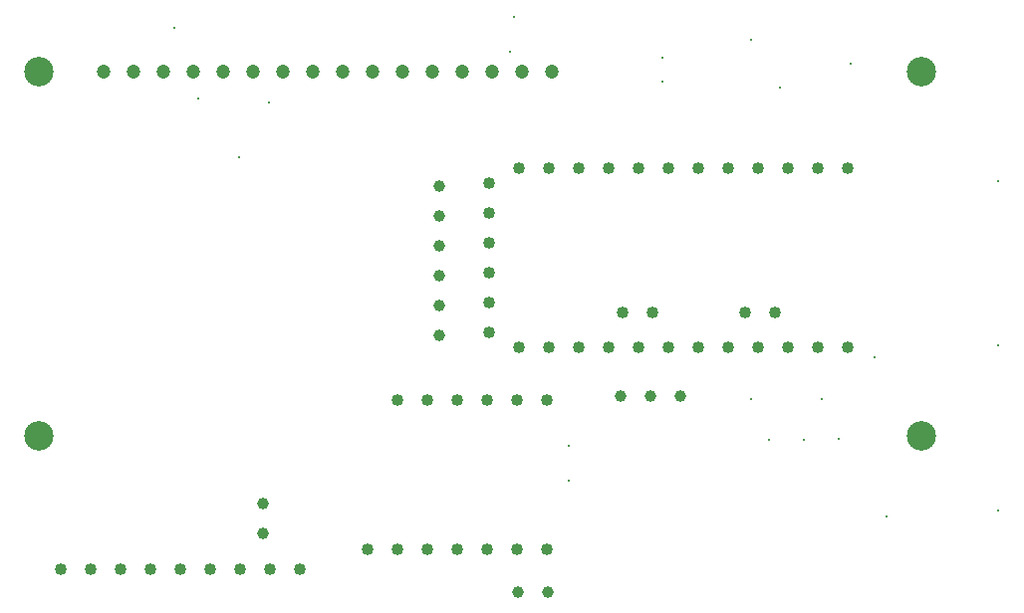
<source format=gbr>
%TF.GenerationSoftware,KiCad,Pcbnew,9.0.5*%
%TF.CreationDate,2025-11-09T17:22:02-07:00*%
%TF.ProjectId,Activity-Tracker,41637469-7669-4747-992d-547261636b65,V3*%
%TF.SameCoordinates,Original*%
%TF.FileFunction,Plated,1,2,PTH,Drill*%
%TF.FilePolarity,Positive*%
%FSLAX46Y46*%
G04 Gerber Fmt 4.6, Leading zero omitted, Abs format (unit mm)*
G04 Created by KiCad (PCBNEW 9.0.5) date 2025-11-09 17:22:02*
%MOMM*%
%LPD*%
G01*
G04 APERTURE LIST*
%TA.AperFunction,ViaDrill*%
%ADD10C,0.300000*%
%TD*%
%TA.AperFunction,ComponentDrill*%
%ADD11C,1.000000*%
%TD*%
%TA.AperFunction,ComponentDrill*%
%ADD12C,1.016000*%
%TD*%
%TA.AperFunction,ComponentDrill*%
%ADD13C,1.200000*%
%TD*%
%TA.AperFunction,ComponentDrill*%
%ADD14C,2.500000*%
%TD*%
G04 APERTURE END LIST*
D10*
X88500000Y-66000000D03*
X90500000Y-72000000D03*
X94000000Y-77000000D03*
X96500000Y-72301000D03*
X117000000Y-68000000D03*
X117396800Y-65000000D03*
X122000000Y-101500000D03*
X122000000Y-104500000D03*
X130000000Y-68500000D03*
X130000000Y-70500000D03*
X137500000Y-67000000D03*
X137500000Y-97500000D03*
X139000000Y-101000000D03*
X140000000Y-71000000D03*
X142000000Y-101000000D03*
X143500000Y-97500000D03*
X144950000Y-100950000D03*
X146000000Y-69000000D03*
X148000000Y-94000000D03*
X149000000Y-107500000D03*
X158500000Y-79000000D03*
X158500000Y-93000000D03*
X158500000Y-107000000D03*
D11*
%TO.C,J2*%
X96000000Y-106460000D03*
X96000000Y-109000000D03*
%TO.C,J3*%
X111000000Y-79380000D03*
X111000000Y-81920000D03*
X111000000Y-84460000D03*
X111000000Y-87000000D03*
X111000000Y-89540000D03*
X111000000Y-92080000D03*
%TO.C,J1*%
X117725000Y-114000000D03*
X120265000Y-114000000D03*
%TO.C,RV1*%
X126460000Y-97325000D03*
X129000000Y-97325000D03*
X131540000Y-97325000D03*
D12*
%TO.C,M1*%
X78840000Y-112000000D03*
X81380000Y-112000000D03*
X83920000Y-112000000D03*
X86460000Y-112000000D03*
X89000000Y-112000000D03*
X91540000Y-112000000D03*
X94080000Y-112000000D03*
X96620000Y-112000000D03*
X99160000Y-112000000D03*
%TO.C,M2*%
X104880000Y-110350000D03*
X107420000Y-97650000D03*
X107420000Y-110350000D03*
X109960000Y-97650000D03*
X109960000Y-110350000D03*
X112500000Y-97650000D03*
X112500000Y-110350000D03*
X115040000Y-97650000D03*
X115040000Y-110350000D03*
%TO.C,A1*%
X115260000Y-79150000D03*
X115260000Y-81690000D03*
X115260000Y-84230000D03*
X115260000Y-86770000D03*
X115260000Y-89310000D03*
X115260000Y-91850000D03*
%TO.C,M2*%
X117580000Y-97650000D03*
X117580000Y-110350000D03*
%TO.C,A1*%
X117800000Y-77880000D03*
X117800000Y-93120000D03*
%TO.C,M2*%
X120120000Y-97650000D03*
X120120000Y-110350000D03*
%TO.C,A1*%
X120340000Y-77880000D03*
X120340000Y-93120000D03*
X122880000Y-77880000D03*
X122880000Y-93120000D03*
X125420000Y-77880000D03*
X125420000Y-93120000D03*
X126570600Y-90194100D03*
X127960000Y-77880000D03*
X127960000Y-93120000D03*
X129110600Y-90194100D03*
X130500000Y-77880000D03*
X130500000Y-93120000D03*
X133040000Y-77880000D03*
X133040000Y-93120000D03*
X135580000Y-77880000D03*
X135580000Y-93120000D03*
X136984000Y-90194100D03*
X138120000Y-77880000D03*
X138120000Y-93120000D03*
X139524600Y-90194100D03*
X140660000Y-77880000D03*
X140660000Y-93120000D03*
X143200000Y-77880000D03*
X143200000Y-93120000D03*
X145740000Y-77880000D03*
X145740000Y-93120000D03*
D13*
%TO.C,DS1*%
X82500000Y-69642500D03*
X85040000Y-69642500D03*
X87580000Y-69642500D03*
X90120000Y-69642500D03*
X92660000Y-69642500D03*
X95200000Y-69642500D03*
X97740000Y-69642500D03*
X100280000Y-69642500D03*
X102820000Y-69642500D03*
X105360000Y-69642500D03*
X107900000Y-69642500D03*
X110440000Y-69642500D03*
X112980000Y-69642500D03*
X115520000Y-69642500D03*
X118060000Y-69642500D03*
X120600000Y-69642500D03*
D14*
X77000900Y-69642500D03*
X77000900Y-100643200D03*
X151999480Y-100643200D03*
X152000000Y-69642500D03*
M02*

</source>
